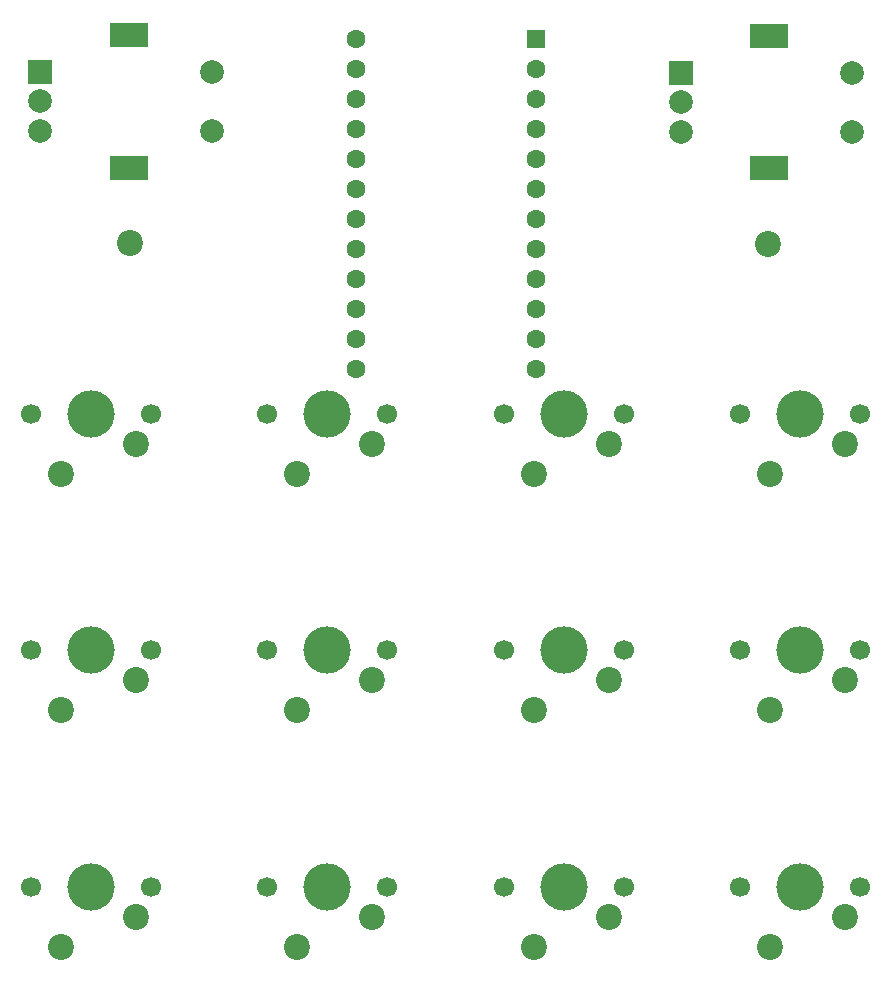
<source format=gbr>
%TF.GenerationSoftware,KiCad,Pcbnew,(6.0.10)*%
%TF.CreationDate,2023-03-17T10:19:52+01:00*%
%TF.ProjectId,MacroBoard_16keys,4d616372-6f42-46f6-9172-645f31366b65,rev?*%
%TF.SameCoordinates,Original*%
%TF.FileFunction,Soldermask,Top*%
%TF.FilePolarity,Negative*%
%FSLAX46Y46*%
G04 Gerber Fmt 4.6, Leading zero omitted, Abs format (unit mm)*
G04 Created by KiCad (PCBNEW (6.0.10)) date 2023-03-17 10:19:52*
%MOMM*%
%LPD*%
G01*
G04 APERTURE LIST*
%ADD10C,2.200000*%
%ADD11C,4.000000*%
%ADD12C,1.700000*%
%ADD13C,2.000000*%
%ADD14R,3.200000X2.000000*%
%ADD15R,2.000000X2.000000*%
%ADD16R,1.600000X1.600000*%
%ADD17C,1.600000*%
G04 APERTURE END LIST*
D10*
%TO.C,SW10*%
X153410000Y-76140000D03*
X147060000Y-78680000D03*
D11*
X149600000Y-73600000D03*
D12*
X154680000Y-73600000D03*
X144520000Y-73600000D03*
%TD*%
D10*
%TO.C,REF\u002A\u002A*%
X166900000Y-59200000D03*
%TD*%
D12*
%TO.C,SW6*%
X124520000Y-73600000D03*
X134680000Y-73600000D03*
D11*
X129600000Y-73600000D03*
D10*
X127060000Y-78680000D03*
X133410000Y-76140000D03*
%TD*%
D12*
%TO.C,SW16*%
X164520000Y-113600000D03*
D11*
X169600000Y-113600000D03*
D12*
X174680000Y-113600000D03*
D10*
X167060000Y-118680000D03*
X173410000Y-116140000D03*
%TD*%
D11*
%TO.C,SW7*%
X129600000Y-93600000D03*
D12*
X134680000Y-93600000D03*
X124520000Y-93600000D03*
D10*
X127060000Y-98680000D03*
X133410000Y-96140000D03*
%TD*%
%TO.C,SW4*%
X113410000Y-116140000D03*
X107060000Y-118680000D03*
D11*
X109600000Y-113600000D03*
D12*
X114680000Y-113600000D03*
X104520000Y-113600000D03*
%TD*%
D13*
%TO.C,SW1*%
X119800000Y-44620000D03*
X119800000Y-49620000D03*
D14*
X112800000Y-52720000D03*
X112800000Y-41520000D03*
D13*
X105300000Y-47120000D03*
X105300000Y-49620000D03*
D15*
X105300000Y-44620000D03*
%TD*%
D12*
%TO.C,SW15*%
X164520000Y-93600000D03*
X174680000Y-93600000D03*
D11*
X169600000Y-93600000D03*
D10*
X167060000Y-98680000D03*
X173410000Y-96140000D03*
%TD*%
D12*
%TO.C,SW14*%
X164520000Y-73600000D03*
D11*
X169600000Y-73600000D03*
D12*
X174680000Y-73600000D03*
D10*
X167060000Y-78680000D03*
X173410000Y-76140000D03*
%TD*%
D12*
%TO.C,SW8*%
X134680000Y-113600000D03*
X124520000Y-113600000D03*
D11*
X129600000Y-113600000D03*
D10*
X127060000Y-118680000D03*
X133410000Y-116140000D03*
%TD*%
D15*
%TO.C,SW5*%
X159500000Y-44700000D03*
D13*
X159500000Y-49700000D03*
X159500000Y-47200000D03*
D14*
X167000000Y-41600000D03*
X167000000Y-52800000D03*
D13*
X174000000Y-49700000D03*
X174000000Y-44700000D03*
%TD*%
D12*
%TO.C,SW2*%
X104520000Y-73600000D03*
X114680000Y-73600000D03*
D11*
X109600000Y-73600000D03*
D10*
X107060000Y-78680000D03*
X113410000Y-76140000D03*
%TD*%
D11*
%TO.C,SW12*%
X149600000Y-113600000D03*
D12*
X154680000Y-113600000D03*
X144520000Y-113600000D03*
D10*
X147060000Y-118680000D03*
X153410000Y-116140000D03*
%TD*%
%TO.C,SW11*%
X153410000Y-96140000D03*
X147060000Y-98680000D03*
D12*
X144520000Y-93600000D03*
D11*
X149600000Y-93600000D03*
D12*
X154680000Y-93600000D03*
%TD*%
D11*
%TO.C,SW3*%
X109600000Y-93600000D03*
D12*
X104520000Y-93600000D03*
X114680000Y-93600000D03*
D10*
X107060000Y-98680000D03*
X113410000Y-96140000D03*
%TD*%
%TO.C,REF\u002A\u002A*%
X112900000Y-59150000D03*
%TD*%
D16*
%TO.C,U1*%
X147220000Y-41830000D03*
D17*
X147220000Y-44370000D03*
X147220000Y-46910000D03*
X147220000Y-49450000D03*
X147220000Y-51990000D03*
X147220000Y-54530000D03*
X147220000Y-57070000D03*
X147220000Y-59610000D03*
X147220000Y-62150000D03*
X147220000Y-64690000D03*
X147220000Y-67230000D03*
X147220000Y-69770000D03*
X131980000Y-69770000D03*
X131980000Y-67230000D03*
X131980000Y-64690000D03*
X131980000Y-62150000D03*
X131980000Y-59610000D03*
X131980000Y-57070000D03*
X131980000Y-54530000D03*
X131980000Y-51990000D03*
X131980000Y-49450000D03*
X131980000Y-46910000D03*
X131980000Y-44370000D03*
X131980000Y-41830000D03*
%TD*%
M02*

</source>
